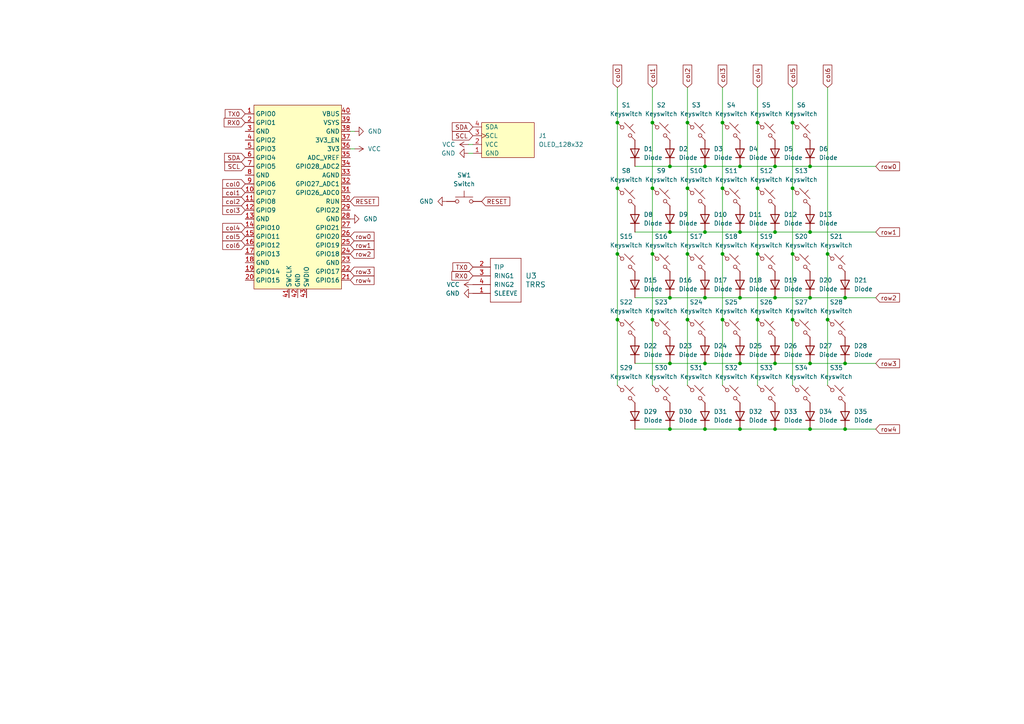
<source format=kicad_sch>
(kicad_sch (version 20230121) (generator eeschema)
  (paper "A4")
  (lib_symbols
    (symbol "ScottoKeebs:MCU_Raspberry_Pi_Pico"
      (property "Reference" "U" (at 0 0 0))
      (property "Value" "Raspberry_Pi_Pico" (at 0 27.94 0))
      (symbol "MCU_Raspberry_Pi_Pico_0_1"
        (rectangle (start -12.7 26.67) (end 12.7 -26.67) (fill (type background)))
      )
      (symbol "MCU_Raspberry_Pi_Pico_1_1"
        (pin bidirectional line (at -15.24 24.13 0) (length 2.54) (name "GPIO0") (number "1"))
        (pin bidirectional line (at -15.24 1.27 0) (length 2.54) (name "GPIO7") (number "10"))
        (pin bidirectional line (at -15.24 -1.27 0) (length 2.54) (name "GPIO8") (number "11"))
        (pin bidirectional line (at -15.24 -3.81 0) (length 2.54) (name "GPIO9") (number "12"))
        (pin power_in line (at -15.24 -6.35 0) (length 2.54) (name "GND") (number "13"))
        (pin bidirectional line (at -15.24 -8.89 0) (length 2.54) (name "GPIO10") (number "14"))
        (pin bidirectional line (at -15.24 -11.43 0) (length 2.54) (name "GPIO11") (number "15"))
        (pin bidirectional line (at -15.24 -13.97 0) (length 2.54) (name "GPIO12") (number "16"))
        (pin bidirectional line (at -15.24 -16.51 0) (length 2.54) (name "GPIO13") (number "17"))
        (pin power_in line (at -15.24 -19.05 0) (length 2.54) (name "GND") (number "18"))
        (pin bidirectional line (at -15.24 -21.59 0) (length 2.54) (name "GPIO14") (number "19"))
        (pin bidirectional line (at -15.24 21.59 0) (length 2.54) (name "GPIO1") (number "2"))
        (pin bidirectional line (at -15.24 -24.13 0) (length 2.54) (name "GPIO15") (number "20"))
        (pin bidirectional line (at 15.24 -24.13 180) (length 2.54) (name "GPIO16") (number "21"))
        (pin bidirectional line (at 15.24 -21.59 180) (length 2.54) (name "GPIO17") (number "22"))
        (pin power_in line (at 15.24 -19.05 180) (length 2.54) (name "GND") (number "23"))
        (pin bidirectional line (at 15.24 -16.51 180) (length 2.54) (name "GPIO18") (number "24"))
        (pin bidirectional line (at 15.24 -13.97 180) (length 2.54) (name "GPIO19") (number "25"))
        (pin bidirectional line (at 15.24 -11.43 180) (length 2.54) (name "GPIO20") (number "26"))
        (pin bidirectional line (at 15.24 -8.89 180) (length 2.54) (name "GPIO21") (number "27"))
        (pin power_in line (at 15.24 -6.35 180) (length 2.54) (name "GND") (number "28"))
        (pin bidirectional line (at 15.24 -3.81 180) (length 2.54) (name "GPIO22") (number "29"))
        (pin power_in line (at -15.24 19.05 0) (length 2.54) (name "GND") (number "3"))
        (pin input line (at 15.24 -1.27 180) (length 2.54) (name "RUN") (number "30"))
        (pin bidirectional line (at 15.24 1.27 180) (length 2.54) (name "GPIO26_ADC0") (number "31"))
        (pin bidirectional line (at 15.24 3.81 180) (length 2.54) (name "GPIO27_ADC1") (number "32"))
        (pin power_in line (at 15.24 6.35 180) (length 2.54) (name "AGND") (number "33"))
        (pin bidirectional line (at 15.24 8.89 180) (length 2.54) (name "GPIO28_ADC2") (number "34"))
        (pin power_in line (at 15.24 11.43 180) (length 2.54) (name "ADC_VREF") (number "35"))
        (pin power_in line (at 15.24 13.97 180) (length 2.54) (name "3V3") (number "36"))
        (pin input line (at 15.24 16.51 180) (length 2.54) (name "3V3_EN") (number "37"))
        (pin bidirectional line (at 15.24 19.05 180) (length 2.54) (name "GND") (number "38"))
        (pin power_in line (at 15.24 21.59 180) (length 2.54) (name "VSYS") (number "39"))
        (pin bidirectional line (at -15.24 16.51 0) (length 2.54) (name "GPIO2") (number "4"))
        (pin power_in line (at 15.24 24.13 180) (length 2.54) (name "VBUS") (number "40"))
        (pin input line (at -2.54 -29.21 90) (length 2.54) (name "SWCLK") (number "41"))
        (pin power_in line (at 0 -29.21 90) (length 2.54) (name "GND") (number "42"))
        (pin bidirectional line (at 2.54 -29.21 90) (length 2.54) (name "SWDIO") (number "43"))
        (pin bidirectional line (at -15.24 13.97 0) (length 2.54) (name "GPIO3") (number "5"))
        (pin bidirectional line (at -15.24 11.43 0) (length 2.54) (name "GPIO4") (number "6"))
        (pin bidirectional line (at -15.24 8.89 0) (length 2.54) (name "GPIO5") (number "7"))
        (pin power_in line (at -15.24 6.35 0) (length 2.54) (name "GND") (number "8"))
        (pin bidirectional line (at -15.24 3.81 0) (length 2.54) (name "GPIO6") (number "9"))
      )
    )
    (symbol "ScottoKeebs:OLED_128x32" (pin_names (offset 1.016))
      (property "Reference" "J" (at 0 -6.35 0))
      (property "Value" "OLED_128x32" (at 0 6.35 0))
      (symbol "OLED_128x32_0_1"
        (rectangle (start 0 5.08) (end 15.24 -5.08) (fill (type background)))
      )
      (symbol "OLED_128x32_1_1"
        (pin power_in line (at -2.54 -3.81 0) (length 2.54) (name "GND") (number "1"))
        (pin power_in line (at -2.54 -1.27 0) (length 2.54) (name "VCC") (number "2"))
        (pin input clock (at -2.54 1.27 0) (length 2.54) (name "SCL") (number "3"))
        (pin bidirectional line (at -2.54 3.81 0) (length 2.54) (name "SDA") (number "4"))
      )
    )
    (symbol "ScottoKeebs:Placeholder_Diode" (pin_numbers hide) (pin_names hide)
      (property "Reference" "D" (at 0 2.54 0))
      (property "Value" "Diode" (at 0 -2.54 0))
      (symbol "Placeholder_Diode_0_1"
        (polyline (pts (xy -1.27 1.27) (xy -1.27 -1.27)) (stroke (width 0.254)))
        (polyline (pts (xy 1.27 0) (xy -1.27 0)))
        (polyline (pts (xy 1.27 1.27) (xy 1.27 -1.27) (xy -1.27 0) (xy 1.27 1.27)) (stroke (width 0.254)))
      )
      (symbol "Placeholder_Diode_1_1"
        (pin passive line (at -3.81 0 0) (length 2.54) (name "K") (number "1"))
        (pin passive line (at 3.81 0 180) (length 2.54) (name "A") (number "2"))
      )
    )
    (symbol "ScottoKeebs:Placeholder_Keyswitch" (pin_numbers hide) (pin_names (offset 1.016) hide)
      (property "Reference" "S" (at 3.048 1.016 0))
      (property "Value" "Keyswitch" (at 0 -3.81 0))
      (symbol "Placeholder_Keyswitch_0_1"
        (circle (center -1.1684 1.1684) (radius 0.508))
        (polyline (pts (xy -0.508 2.54) (xy 2.54 -0.508)))
        (polyline (pts (xy 1.016 1.016) (xy 2.032 2.032)))
        (polyline (pts (xy -2.54 2.54) (xy -1.524 1.524) (xy -1.524 1.524)))
        (polyline (pts (xy 1.524 -1.524) (xy 2.54 -2.54) (xy 2.54 -2.54) (xy 2.54 -2.54)))
        (circle (center 1.143 -1.1938) (radius 0.508))
        (pin passive line (at -2.54 2.54 0) (length 0) (name "1") (number "1"))
        (pin passive line (at 2.54 -2.54 180) (length 0) (name "2") (number "2"))
      )
    )
    (symbol "ScottoKeebs:Placeholder_Switch" (pin_numbers hide) (pin_names (offset 1.016) hide)
      (property "Reference" "SW" (at 1.27 2.54 0))
      (property "Value" "Switch" (at 0 -1.524 0))
      (symbol "Placeholder_Switch_0_1"
        (circle (center -2.032 0) (radius 0.508))
        (polyline (pts (xy 0 1.27) (xy 0 3.048)))
        (polyline (pts (xy 2.54 1.27) (xy -2.54 1.27)))
        (circle (center 2.032 0) (radius 0.508))
        (pin passive line (at -5.08 0 0) (length 2.54) (name "1") (number "1"))
        (pin passive line (at 5.08 0 180) (length 2.54) (name "2") (number "2"))
      )
    )
    (symbol "ScottoKeebs:Placeholder_TRRS" (pin_names (offset 1.016))
      (property "Reference" "U" (at 0 15.24 0))
      (property "Value" "TRRS" (at 0 -2.54 0))
      (symbol "Placeholder_TRRS_0_1"
        (rectangle (start -3.81 0) (end -3.81 12.7))
        (rectangle (start -3.81 0) (end 5.08 0))
        (rectangle (start -3.81 12.7) (end 5.08 12.7))
        (rectangle (start 5.08 12.7) (end 5.08 0))
      )
      (symbol "Placeholder_TRRS_1_1"
        (pin input line (at -8.89 2.54 0) (length 5.08) (name "SLEEVE") (number "1"))
        (pin input line (at -8.89 10.16 0) (length 5.08) (name "TIP") (number "2"))
        (pin input line (at -8.89 7.62 0) (length 5.08) (name "RING1") (number "3"))
        (pin input line (at -8.89 5.08 0) (length 5.08) (name "RING2") (number "4"))
      )
    )
    (symbol "power:GND" (power) (pin_names (offset 0))
      (property "Value" "GND" (at 0 -3.81 0))
      (symbol "GND_0_1"
        (polyline (pts (xy 0 0) (xy 0 -1.27) (xy 1.27 -1.27) (xy 0 -2.54) (xy -1.27 -1.27) (xy 0 -1.27)))
      )
      (symbol "GND_1_1"
        (pin power_in line (at 0 0 270) (length 0) hide (name "GND") (number "1"))
      )
    )
    (symbol "power:VCC" (power) (pin_names (offset 0))
      (property "Value" "VCC" (at 0 3.81 0))
      (symbol "VCC_0_1"
        (polyline (pts (xy -0.762 1.27) (xy 0 2.54)))
        (polyline (pts (xy 0 0) (xy 0 2.54)))
        (polyline (pts (xy 0 2.54) (xy 0.762 1.27)))
      )
      (symbol "VCC_1_1"
        (pin power_in line (at 0 0 90) (length 0) hide (name "VCC") (number "1"))
      )
    )
  )
  (junction (at 204.47 124.46))
  (junction (at 219.71 73.66))
  (junction (at 189.23 35.56))
  (junction (at 194.31 86.36))
  (junction (at 209.55 35.56))
  (junction (at 214.63 67.31))
  (junction (at 199.39 92.71))
  (junction (at 179.07 92.71))
  (junction (at 204.47 48.26))
  (junction (at 219.71 35.56))
  (junction (at 224.79 105.41))
  (junction (at 194.31 105.41))
  (junction (at 209.55 92.71))
  (junction (at 219.71 54.61))
  (junction (at 234.95 67.31))
  (junction (at 245.11 124.46))
  (junction (at 234.95 124.46))
  (junction (at 219.71 92.71))
  (junction (at 199.39 54.61))
  (junction (at 194.31 67.31))
  (junction (at 234.95 86.36))
  (junction (at 199.39 73.66))
  (junction (at 234.95 105.41))
  (junction (at 214.63 48.26))
  (junction (at 245.11 105.41))
  (junction (at 224.79 124.46))
  (junction (at 209.55 54.61))
  (junction (at 229.87 35.56))
  (junction (at 240.03 92.71))
  (junction (at 240.03 73.66))
  (junction (at 229.87 54.61))
  (junction (at 189.23 73.66))
  (junction (at 209.55 73.66))
  (junction (at 224.79 86.36))
  (junction (at 224.79 67.31))
  (junction (at 214.63 86.36))
  (junction (at 194.31 124.46))
  (junction (at 179.07 73.66))
  (junction (at 204.47 105.41))
  (junction (at 189.23 92.71))
  (junction (at 245.11 86.36))
  (junction (at 229.87 92.71))
  (junction (at 214.63 105.41))
  (junction (at 204.47 86.36))
  (junction (at 229.87 73.66))
  (junction (at 234.95 48.26))
  (junction (at 179.07 54.61))
  (junction (at 224.79 48.26))
  (junction (at 194.31 48.26))
  (junction (at 199.39 35.56))
  (junction (at 214.63 124.46))
  (junction (at 189.23 54.61))
  (junction (at 204.47 67.31))
  (junction (at 179.07 35.56))
  (wire (pts (xy 179.07 92.71) (xy 179.07 111.76)))
  (wire (pts (xy 219.71 92.71) (xy 219.71 111.76)))
  (wire (pts (xy 209.55 25.4) (xy 209.55 35.56)))
  (wire (pts (xy 209.55 92.71) (xy 209.55 111.76)))
  (wire (pts (xy 240.03 92.71) (xy 240.03 111.76)))
  (wire (pts (xy 199.39 35.56) (xy 199.39 54.61)))
  (wire (pts (xy 194.31 105.41) (xy 204.47 105.41)))
  (wire (pts (xy 229.87 25.4) (xy 229.87 35.56)))
  (wire (pts (xy 209.55 54.61) (xy 209.55 73.66)))
  (wire (pts (xy 224.79 48.26) (xy 234.95 48.26)))
  (wire (pts (xy 204.47 124.46) (xy 214.63 124.46)))
  (wire (pts (xy 254 105.41) (xy 245.11 105.41)))
  (wire (pts (xy 204.47 105.41) (xy 214.63 105.41)))
  (wire (pts (xy 245.11 124.46) (xy 254 124.46)))
  (wire (pts (xy 214.63 86.36) (xy 224.79 86.36)))
  (wire (pts (xy 229.87 73.66) (xy 229.87 92.71)))
  (wire (pts (xy 179.07 25.4) (xy 179.07 35.56)))
  (wire (pts (xy 184.15 105.41) (xy 194.31 105.41)))
  (wire (pts (xy 240.03 25.4) (xy 240.03 73.66)))
  (wire (pts (xy 204.47 86.36) (xy 214.63 86.36)))
  (wire (pts (xy 234.95 67.31) (xy 254 67.31)))
  (wire (pts (xy 214.63 48.26) (xy 224.79 48.26)))
  (wire (pts (xy 184.15 67.31) (xy 194.31 67.31)))
  (wire (pts (xy 219.71 54.61) (xy 219.71 73.66)))
  (wire (pts (xy 219.71 35.56) (xy 219.71 54.61)))
  (wire (pts (xy 184.15 86.36) (xy 194.31 86.36)))
  (wire (pts (xy 240.03 73.66) (xy 240.03 92.71)))
  (wire (pts (xy 194.31 124.46) (xy 204.47 124.46)))
  (wire (pts (xy 224.79 124.46) (xy 234.95 124.46)))
  (wire (pts (xy 135.89 44.45) (xy 137.16 44.45)))
  (wire (pts (xy 135.89 41.91) (xy 137.16 41.91)))
  (wire (pts (xy 234.95 48.26) (xy 254 48.26)))
  (wire (pts (xy 229.87 54.61) (xy 229.87 73.66)))
  (wire (pts (xy 219.71 25.4) (xy 219.71 35.56)))
  (wire (pts (xy 102.87 43.18) (xy 101.6 43.18)))
  (wire (pts (xy 184.15 48.26) (xy 194.31 48.26)))
  (wire (pts (xy 234.95 86.36) (xy 245.11 86.36)))
  (wire (pts (xy 229.87 35.56) (xy 229.87 54.61)))
  (wire (pts (xy 199.39 54.61) (xy 199.39 73.66)))
  (wire (pts (xy 234.95 105.41) (xy 245.11 105.41)))
  (wire (pts (xy 204.47 67.31) (xy 214.63 67.31)))
  (wire (pts (xy 199.39 25.4) (xy 199.39 35.56)))
  (wire (pts (xy 184.15 124.46) (xy 194.31 124.46)))
  (wire (pts (xy 189.23 35.56) (xy 189.23 54.61)))
  (wire (pts (xy 189.23 92.71) (xy 189.23 111.76)))
  (wire (pts (xy 194.31 48.26) (xy 204.47 48.26)))
  (wire (pts (xy 224.79 105.41) (xy 234.95 105.41)))
  (wire (pts (xy 199.39 92.71) (xy 199.39 111.76)))
  (wire (pts (xy 245.11 86.36) (xy 254 86.36)))
  (wire (pts (xy 224.79 67.31) (xy 234.95 67.31)))
  (wire (pts (xy 179.07 54.61) (xy 179.07 73.66)))
  (wire (pts (xy 229.87 92.71) (xy 229.87 111.76)))
  (wire (pts (xy 204.47 48.26) (xy 214.63 48.26)))
  (wire (pts (xy 234.95 124.46) (xy 245.11 124.46)))
  (wire (pts (xy 189.23 54.61) (xy 189.23 73.66)))
  (wire (pts (xy 219.71 73.66) (xy 219.71 92.71)))
  (wire (pts (xy 199.39 73.66) (xy 199.39 92.71)))
  (wire (pts (xy 209.55 73.66) (xy 209.55 92.71)))
  (wire (pts (xy 209.55 35.56) (xy 209.55 54.61)))
  (wire (pts (xy 102.87 38.1) (xy 101.6 38.1)))
  (wire (pts (xy 214.63 67.31) (xy 224.79 67.31)))
  (wire (pts (xy 189.23 73.66) (xy 189.23 92.71)))
  (wire (pts (xy 214.63 124.46) (xy 224.79 124.46)))
  (wire (pts (xy 224.79 86.36) (xy 234.95 86.36)))
  (wire (pts (xy 179.07 73.66) (xy 179.07 92.71)))
  (wire (pts (xy 194.31 67.31) (xy 204.47 67.31)))
  (wire (pts (xy 179.07 35.56) (xy 179.07 54.61)))
  (wire (pts (xy 194.31 86.36) (xy 204.47 86.36)))
  (wire (pts (xy 214.63 105.41) (xy 224.79 105.41)))
  (wire (pts (xy 189.23 25.4) (xy 189.23 35.56)))
  (global_label "row0" (shape input) (at 254 48.26 0) (property "Intersheetrefs" "${INTERSHEET_REFS}" (effects hide)))
  (global_label "col3" (shape input) (at 209.55 25.4 90) (property "Intersheetrefs" "${INTERSHEET_REFS}" (effects hide)))
  (global_label "row0" (shape input) (at 101.6 68.58 0) (property "Intersheetrefs" "${INTERSHEET_REFS}" (effects hide)))
  (global_label "row1" (shape input) (at 254 67.31 0) (property "Intersheetrefs" "${INTERSHEET_REFS}" (effects hide)))
  (global_label "col4" (shape input) (at 219.71 25.4 90) (property "Intersheetrefs" "${INTERSHEET_REFS}" (effects hide)))
  (global_label "col2" (shape input) (at 199.39 25.4 90) (property "Intersheetrefs" "${INTERSHEET_REFS}" (effects hide)))
  (global_label "SDA" (shape input) (at 137.16 36.83 180) (property "Intersheetrefs" "${INTERSHEET_REFS}" (effects hide)))
  (global_label "col5" (shape input) (at 229.87 25.4 90) (property "Intersheetrefs" "${INTERSHEET_REFS}" (effects hide)))
  (global_label "col6" (shape input) (at 240.03 25.4 90) (property "Intersheetrefs" "${INTERSHEET_REFS}" (effects hide)))
  (global_label "col2" (shape input) (at 71.12 58.42 180) (property "Intersheetrefs" "${INTERSHEET_REFS}" (effects hide)))
  (global_label "RX0" (shape input) (at 71.12 35.56 180) (property "Intersheetrefs" "${INTERSHEET_REFS}" (effects hide)))
  (global_label "col1" (shape input) (at 71.12 55.88 180) (property "Intersheetrefs" "${INTERSHEET_REFS}" (effects hide)))
  (global_label "SCL" (shape input) (at 137.16 39.37 180) (property "Intersheetrefs" "${INTERSHEET_REFS}" (effects hide)))
  (global_label "col0" (shape input) (at 71.12 53.34 180) (property "Intersheetrefs" "${INTERSHEET_REFS}" (effects hide)))
  (global_label "TX0" (shape input) (at 71.12 33.02 180) (property "Intersheetrefs" "${INTERSHEET_REFS}" (effects hide)))
  (global_label "col6" (shape input) (at 71.12 71.12 180) (property "Intersheetrefs" "${INTERSHEET_REFS}" (effects hide)))
  (global_label "row3" (shape input) (at 101.6 78.74 0) (property "Intersheetrefs" "${INTERSHEET_REFS}" (effects hide)))
  (global_label "SDA" (shape input) (at 71.12 45.72 180) (property "Intersheetrefs" "${INTERSHEET_REFS}" (effects hide)))
  (global_label "row4" (shape input) (at 254 124.46 0) (property "Intersheetrefs" "${INTERSHEET_REFS}" (effects hide)))
  (global_label "row2" (shape input) (at 254 86.36 0) (property "Intersheetrefs" "${INTERSHEET_REFS}" (effects hide)))
  (global_label "RX0" (shape input) (at 137.16 80.01 180) (property "Intersheetrefs" "${INTERSHEET_REFS}" (effects hide)))
  (global_label "row3" (shape input) (at 254 105.41 0) (property "Intersheetrefs" "${INTERSHEET_REFS}" (effects hide)))
  (global_label "col5" (shape input) (at 71.12 68.58 180) (property "Intersheetrefs" "${INTERSHEET_REFS}" (effects hide)))
  (global_label "col0" (shape input) (at 179.07 25.4 90) (property "Intersheetrefs" "${INTERSHEET_REFS}" (effects hide)))
  (global_label "RESET" (shape input) (at 101.6 58.42 0) (property "Intersheetrefs" "${INTERSHEET_REFS}" (effects hide)))
  (global_label "RESET" (shape input) (at 139.7 58.42 0) (property "Intersheetrefs" "${INTERSHEET_REFS}" (effects hide)))
  (global_label "row4" (shape input) (at 101.6 81.28 0) (property "Intersheetrefs" "${INTERSHEET_REFS}" (effects hide)))
  (global_label "row1" (shape input) (at 101.6 71.12 0) (property "Intersheetrefs" "${INTERSHEET_REFS}" (effects hide)))
  (global_label "col3" (shape input) (at 71.12 60.96 180) (property "Intersheetrefs" "${INTERSHEET_REFS}" (effects hide)))
  (global_label "col1" (shape input) (at 189.23 25.4 90) (property "Intersheetrefs" "${INTERSHEET_REFS}" (effects hide)))
  (global_label "row2" (shape input) (at 101.6 73.66 0) (property "Intersheetrefs" "${INTERSHEET_REFS}" (effects hide)))
  (global_label "SCL" (shape input) (at 71.12 48.26 180) (property "Intersheetrefs" "${INTERSHEET_REFS}" (effects hide)))
  (global_label "col4" (shape input) (at 71.12 66.04 180) (property "Intersheetrefs" "${INTERSHEET_REFS}" (effects hide)))
  (global_label "TX0" (shape input) (at 137.16 77.47 180) (property "Intersheetrefs" "${INTERSHEET_REFS}" (effects hide)))
  (symbol (lib_id "ScottoKeebs:Placeholder_Diode") (at 194.31 120.65 90) (unit 1)
    (property "Reference" "D30" (at 196.85 119.38 90) (effects (justify right)))
    (property "Value" "Diode" (at 196.85 121.92 90) (effects (justify right)))
    (property "Footprint" "ScottoKeebs_Components:Diode_DO-35" (effects hide))
    (property "Sim.Device" "D" (effects hide))
    (property "Sim.Pins" "1=K 2=A" (effects hide))
  )
  (symbol (lib_id "ScottoKeebs:Placeholder_Keyswitch") (at 222.25 76.2 0) (unit 1)
    (property "Reference" "S19" (at 222.25 68.58 0))
    (property "Value" "Keyswitch" (at 222.25 71.12 0))
    (property "Footprint" "ScottoKeebs_MX:MX_PCB_1.00u" (effects hide))
  )
  (symbol (lib_id "ScottoKeebs:Placeholder_Diode") (at 184.15 101.6 90) (unit 1)
    (property "Reference" "D22" (at 186.69 100.33 90) (effects (justify right)))
    (property "Value" "Diode" (at 186.69 102.87 90) (effects (justify right)))
    (property "Footprint" "ScottoKeebs_Components:Diode_DO-35" (effects hide))
    (property "Sim.Device" "D" (effects hide))
    (property "Sim.Pins" "1=K 2=A" (effects hide))
  )
  (symbol (lib_id "ScottoKeebs:MCU_Raspberry_Pi_Pico") (at 86.36 57.15 0) (unit 1)
    (property "Reference" "U2" (effects hide))
    (property "Value" "Raspberry_Pi_Pico" (effects hide))
    (property "Footprint" "ScottoKeebs_MCU:Raspberry_Pi_Pico" (effects hide))
  )
  (symbol (lib_id "ScottoKeebs:Placeholder_Diode") (at 194.31 44.45 90) (unit 1)
    (property "Reference" "D2" (at 196.85 43.18 90) (effects (justify right)))
    (property "Value" "Diode" (at 196.85 45.72 90) (effects (justify right)))
    (property "Footprint" "ScottoKeebs_Components:Diode_DO-35" (effects hide))
    (property "Sim.Device" "D" (effects hide))
    (property "Sim.Pins" "1=K 2=A" (effects hide))
  )
  (symbol (lib_id "ScottoKeebs:Placeholder_Keyswitch") (at 242.57 76.2 0) (unit 1)
    (property "Reference" "S21" (at 242.57 68.58 0))
    (property "Value" "Keyswitch" (at 242.57 71.12 0))
    (property "Footprint" "ScottoKeebs_MX:MX_PCB_1.00u" (effects hide))
  )
  (symbol (lib_id "ScottoKeebs:Placeholder_Diode") (at 214.63 44.45 90) (unit 1)
    (property "Reference" "D4" (at 217.17 43.18 90) (effects (justify right)))
    (property "Value" "Diode" (at 217.17 45.72 90) (effects (justify right)))
    (property "Footprint" "ScottoKeebs_Components:Diode_DO-35" (effects hide))
    (property "Sim.Device" "D" (effects hide))
    (property "Sim.Pins" "1=K 2=A" (effects hide))
  )
  (symbol (lib_id "ScottoKeebs:Placeholder_Diode") (at 204.47 44.45 90) (unit 1)
    (property "Reference" "D3" (at 207.01 43.18 90) (effects (justify right)))
    (property "Value" "Diode" (at 207.01 45.72 90) (effects (justify right)))
    (property "Footprint" "ScottoKeebs_Components:Diode_DO-35" (effects hide))
    (property "Sim.Device" "D" (effects hide))
    (property "Sim.Pins" "1=K 2=A" (effects hide))
  )
  (symbol (lib_id "ScottoKeebs:Placeholder_Diode") (at 224.79 63.5 90) (unit 1)
    (property "Reference" "D12" (at 227.33 62.23 90) (effects (justify right)))
    (property "Value" "Diode" (at 227.33 64.77 90) (effects (justify right)))
    (property "Footprint" "ScottoKeebs_Components:Diode_DO-35" (effects hide))
    (property "Sim.Device" "D" (effects hide))
    (property "Sim.Pins" "1=K 2=A" (effects hide))
  )
  (symbol (lib_id "ScottoKeebs:Placeholder_Keyswitch") (at 232.41 114.3 0) (unit 1)
    (property "Reference" "S34" (at 232.41 106.68 0))
    (property "Value" "Keyswitch" (at 232.41 109.22 0))
    (property "Footprint" "ScottoKeebs_MX:MX_PCB_1.00u" (effects hide))
  )
  (symbol (lib_id "ScottoKeebs:Placeholder_Diode") (at 245.11 120.65 90) (unit 1)
    (property "Reference" "D35" (at 247.65 119.38 90) (effects (justify right)))
    (property "Value" "Diode" (at 247.65 121.92 90) (effects (justify right)))
    (property "Footprint" "ScottoKeebs_Components:Diode_DO-35" (effects hide))
    (property "Sim.Device" "D" (effects hide))
    (property "Sim.Pins" "1=K 2=A" (effects hide))
  )
  (symbol (lib_id "ScottoKeebs:Placeholder_Keyswitch") (at 191.77 38.1 0) (unit 1)
    (property "Reference" "S2" (at 191.77 30.48 0))
    (property "Value" "Keyswitch" (at 191.77 33.02 0))
    (property "Footprint" "ScottoKeebs_MX:MX_PCB_1.00u" (effects hide))
  )
  (symbol (lib_id "ScottoKeebs:Placeholder_Keyswitch") (at 181.61 114.3 0) (unit 1)
    (property "Reference" "S29" (at 181.61 106.68 0))
    (property "Value" "Keyswitch" (at 181.61 109.22 0))
    (property "Footprint" "ScottoKeebs_MX:MX_PCB_1.00u" (effects hide))
  )
  (symbol (lib_id "ScottoKeebs:Placeholder_Diode") (at 214.63 63.5 90) (unit 1)
    (property "Reference" "D11" (at 217.17 62.23 90) (effects (justify right)))
    (property "Value" "Diode" (at 217.17 64.77 90) (effects (justify right)))
    (property "Footprint" "ScottoKeebs_Components:Diode_DO-35" (effects hide))
    (property "Sim.Device" "D" (effects hide))
    (property "Sim.Pins" "1=K 2=A" (effects hide))
  )
  (symbol (lib_id "ScottoKeebs:Placeholder_Keyswitch") (at 212.09 38.1 0) (unit 1)
    (property "Reference" "S4" (at 212.09 30.48 0))
    (property "Value" "Keyswitch" (at 212.09 33.02 0))
    (property "Footprint" "ScottoKeebs_MX:MX_PCB_1.00u" (effects hide))
  )
  (symbol (lib_id "power:GND") (at 129.54 58.42 270) (unit 1)
    (property "Reference" "#PWR01" (effects hide))
    (property "Value" "GND" (at 125.73 58.42 90) (effects (justify right)))
  )
  (symbol (lib_id "power:VCC") (at 102.87 43.18 270) (unit 1)
    (property "Reference" "#PWR07" (effects hide))
    (property "Value" "VCC" (at 106.68 43.18 90) (effects (justify left)))
  )
  (symbol (lib_id "ScottoKeebs:Placeholder_Keyswitch") (at 191.77 57.15 0) (unit 1)
    (property "Reference" "S9" (at 191.77 49.53 0))
    (property "Value" "Keyswitch" (at 191.77 52.07 0))
    (property "Footprint" "ScottoKeebs_MX:MX_PCB_1.00u" (effects hide))
  )
  (symbol (lib_id "ScottoKeebs:Placeholder_Diode") (at 184.15 120.65 90) (unit 1)
    (property "Reference" "D29" (at 186.69 119.38 90) (effects (justify right)))
    (property "Value" "Diode" (at 186.69 121.92 90) (effects (justify right)))
    (property "Footprint" "ScottoKeebs_Components:Diode_DO-35" (effects hide))
    (property "Sim.Device" "D" (effects hide))
    (property "Sim.Pins" "1=K 2=A" (effects hide))
  )
  (symbol (lib_id "ScottoKeebs:Placeholder_Diode") (at 245.11 82.55 90) (unit 1)
    (property "Reference" "D21" (at 247.65 81.28 90) (effects (justify right)))
    (property "Value" "Diode" (at 247.65 83.82 90) (effects (justify right)))
    (property "Footprint" "ScottoKeebs_Components:Diode_DO-35" (effects hide))
    (property "Sim.Device" "D" (effects hide))
    (property "Sim.Pins" "1=K 2=A" (effects hide))
  )
  (symbol (lib_id "ScottoKeebs:Placeholder_Keyswitch") (at 181.61 76.2 0) (unit 1)
    (property "Reference" "S15" (at 181.61 68.58 0))
    (property "Value" "Keyswitch" (at 181.61 71.12 0))
    (property "Footprint" "ScottoKeebs_MX:MX_PCB_1.00u" (effects hide))
  )
  (symbol (lib_id "ScottoKeebs:Placeholder_Keyswitch") (at 212.09 114.3 0) (unit 1)
    (property "Reference" "S32" (at 212.09 106.68 0))
    (property "Value" "Keyswitch" (at 212.09 109.22 0))
    (property "Footprint" "ScottoKeebs_MX:MX_PCB_1.00u" (effects hide))
  )
  (symbol (lib_id "ScottoKeebs:OLED_128x32") (at 139.7 40.64 0) (unit 1)
    (property "Reference" "J1" (at 156.21 39.37 0) (effects (justify left)))
    (property "Value" "OLED_128x32" (at 156.21 41.91 0) (effects (justify left)))
    (property "Footprint" "ScottoKeebs_Components:OLED_128x32" (effects hide))
  )
  (symbol (lib_id "ScottoKeebs:Placeholder_Keyswitch") (at 212.09 57.15 0) (unit 1)
    (property "Reference" "S11" (at 212.09 49.53 0))
    (property "Value" "Keyswitch" (at 212.09 52.07 0))
    (property "Footprint" "ScottoKeebs_MX:MX_PCB_1.00u" (effects hide))
  )
  (symbol (lib_id "ScottoKeebs:Placeholder_Diode") (at 214.63 82.55 90) (unit 1)
    (property "Reference" "D18" (at 217.17 81.28 90) (effects (justify right)))
    (property "Value" "Diode" (at 217.17 83.82 90) (effects (justify right)))
    (property "Footprint" "ScottoKeebs_Components:Diode_DO-35" (effects hide))
    (property "Sim.Device" "D" (effects hide))
    (property "Sim.Pins" "1=K 2=A" (effects hide))
  )
  (symbol (lib_id "ScottoKeebs:Placeholder_Diode") (at 194.31 101.6 90) (unit 1)
    (property "Reference" "D23" (at 196.85 100.33 90) (effects (justify right)))
    (property "Value" "Diode" (at 196.85 102.87 90) (effects (justify right)))
    (property "Footprint" "ScottoKeebs_Components:Diode_DO-35" (effects hide))
    (property "Sim.Device" "D" (effects hide))
    (property "Sim.Pins" "1=K 2=A" (effects hide))
  )
  (symbol (lib_id "ScottoKeebs:Placeholder_Diode") (at 234.95 82.55 90) (unit 1)
    (property "Reference" "D20" (at 237.49 81.28 90) (effects (justify right)))
    (property "Value" "Diode" (at 237.49 83.82 90) (effects (justify right)))
    (property "Footprint" "ScottoKeebs_Components:Diode_DO-35" (effects hide))
    (property "Sim.Device" "D" (effects hide))
    (property "Sim.Pins" "1=K 2=A" (effects hide))
  )
  (symbol (lib_id "ScottoKeebs:Placeholder_Keyswitch") (at 232.41 38.1 0) (unit 1)
    (property "Reference" "S6" (at 232.41 30.48 0))
    (property "Value" "Keyswitch" (at 232.41 33.02 0))
    (property "Footprint" "ScottoKeebs_MX:MX_PCB_1.00u" (effects hide))
  )
  (symbol (lib_id "ScottoKeebs:Placeholder_Keyswitch") (at 191.77 114.3 0) (unit 1)
    (property "Reference" "S30" (at 191.77 106.68 0))
    (property "Value" "Keyswitch" (at 191.77 109.22 0))
    (property "Footprint" "ScottoKeebs_MX:MX_PCB_1.00u" (effects hide))
  )
  (symbol (lib_id "ScottoKeebs:Placeholder_Diode") (at 224.79 120.65 90) (unit 1)
    (property "Reference" "D33" (at 227.33 119.38 90) (effects (justify right)))
    (property "Value" "Diode" (at 227.33 121.92 90) (effects (justify right)))
    (property "Footprint" "ScottoKeebs_Components:Diode_DO-35" (effects hide))
    (property "Sim.Device" "D" (effects hide))
    (property "Sim.Pins" "1=K 2=A" (effects hide))
  )
  (symbol (lib_id "ScottoKeebs:Placeholder_Diode") (at 245.11 101.6 90) (unit 1)
    (property "Reference" "D28" (at 247.65 100.33 90) (effects (justify right)))
    (property "Value" "Diode" (at 247.65 102.87 90) (effects (justify right)))
    (property "Footprint" "ScottoKeebs_Components:Diode_DO-35" (effects hide))
    (property "Sim.Device" "D" (effects hide))
    (property "Sim.Pins" "1=K 2=A" (effects hide))
  )
  (symbol (lib_id "ScottoKeebs:Placeholder_Diode") (at 234.95 44.45 90) (unit 1)
    (property "Reference" "D6" (at 237.49 43.18 90) (effects (justify right)))
    (property "Value" "Diode" (at 237.49 45.72 90) (effects (justify right)))
    (property "Footprint" "ScottoKeebs_Components:Diode_DO-35" (effects hide))
    (property "Sim.Device" "D" (effects hide))
    (property "Sim.Pins" "1=K 2=A" (effects hide))
  )
  (symbol (lib_id "ScottoKeebs:Placeholder_Diode") (at 214.63 120.65 90) (unit 1)
    (property "Reference" "D32" (at 217.17 119.38 90) (effects (justify right)))
    (property "Value" "Diode" (at 217.17 121.92 90) (effects (justify right)))
    (property "Footprint" "ScottoKeebs_Components:Diode_DO-35" (effects hide))
    (property "Sim.Device" "D" (effects hide))
    (property "Sim.Pins" "1=K 2=A" (effects hide))
  )
  (symbol (lib_id "power:GND") (at 137.16 85.09 270) (unit 1)
    (property "Reference" "#PWR09" (effects hide))
    (property "Value" "GND" (at 133.35 85.09 90) (effects (justify right)))
  )
  (symbol (lib_id "ScottoKeebs:Placeholder_Diode") (at 194.31 82.55 90) (unit 1)
    (property "Reference" "D16" (at 196.85 81.28 90) (effects (justify right)))
    (property "Value" "Diode" (at 196.85 83.82 90) (effects (justify right)))
    (property "Footprint" "ScottoKeebs_Components:Diode_DO-35" (effects hide))
    (property "Sim.Device" "D" (effects hide))
    (property "Sim.Pins" "1=K 2=A" (effects hide))
  )
  (symbol (lib_id "ScottoKeebs:Placeholder_Diode") (at 184.15 82.55 90) (unit 1)
    (property "Reference" "D15" (at 186.69 81.28 90) (effects (justify right)))
    (property "Value" "Diode" (at 186.69 83.82 90) (effects (justify right)))
    (property "Footprint" "ScottoKeebs_Components:Diode_DO-35" (effects hide))
    (property "Sim.Device" "D" (effects hide))
    (property "Sim.Pins" "1=K 2=A" (effects hide))
  )
  (symbol (lib_id "ScottoKeebs:Placeholder_Switch") (at 134.62 58.42 0) (unit 1)
    (property "Reference" "SW1" (at 134.62 50.8 0))
    (property "Value" "Switch" (at 134.62 53.34 0))
    (property "Footprint" "Button_Switch_SMD:SW_Push_1P1T_NO_CK_KMR2" (effects hide))
  )
  (symbol (lib_id "ScottoKeebs:Placeholder_Keyswitch") (at 232.41 76.2 0) (unit 1)
    (property "Reference" "S20" (at 232.41 68.58 0))
    (property "Value" "Keyswitch" (at 232.41 71.12 0))
    (property "Footprint" "ScottoKeebs_MX:MX_PCB_1.00u" (effects hide))
  )
  (symbol (lib_id "ScottoKeebs:Placeholder_Diode") (at 224.79 101.6 90) (unit 1)
    (property "Reference" "D26" (at 227.33 100.33 90) (effects (justify right)))
    (property "Value" "Diode" (at 227.33 102.87 90) (effects (justify right)))
    (property "Footprint" "ScottoKeebs_Components:Diode_DO-35" (effects hide))
    (property "Sim.Device" "D" (effects hide))
    (property "Sim.Pins" "1=K 2=A" (effects hide))
  )
  (symbol (lib_id "power:GND") (at 135.89 44.45 270) (unit 1)
    (property "Reference" "#PWR05" (effects hide))
    (property "Value" "GND" (at 132.08 44.45 90) (effects (justify right)))
  )
  (symbol (lib_id "ScottoKeebs:Placeholder_Keyswitch") (at 181.61 95.25 0) (unit 1)
    (property "Reference" "S22" (at 181.61 87.63 0))
    (property "Value" "Keyswitch" (at 181.61 90.17 0))
    (property "Footprint" "ScottoKeebs_MX:MX_PCB_1.00u" (effects hide))
  )
  (symbol (lib_id "ScottoKeebs:Placeholder_Diode") (at 184.15 44.45 90) (unit 1)
    (property "Reference" "D1" (at 186.69 43.18 90) (effects (justify right)))
    (property "Value" "Diode" (at 186.69 45.72 90) (effects (justify right)))
    (property "Footprint" "ScottoKeebs_Components:Diode_DO-35" (effects hide))
    (property "Sim.Device" "D" (effects hide))
    (property "Sim.Pins" "1=K 2=A" (effects hide))
  )
  (symbol (lib_id "ScottoKeebs:Placeholder_Keyswitch") (at 191.77 95.25 0) (unit 1)
    (property "Reference" "S23" (at 191.77 87.63 0))
    (property "Value" "Keyswitch" (at 191.77 90.17 0))
    (property "Footprint" "ScottoKeebs_MX:MX_PCB_1.00u" (effects hide))
  )
  (symbol (lib_id "ScottoKeebs:Placeholder_Diode") (at 184.15 63.5 90) (unit 1)
    (property "Reference" "D8" (at 186.69 62.23 90) (effects (justify right)))
    (property "Value" "Diode" (at 186.69 64.77 90) (effects (justify right)))
    (property "Footprint" "ScottoKeebs_Components:Diode_DO-35" (effects hide))
    (property "Sim.Device" "D" (effects hide))
    (property "Sim.Pins" "1=K 2=A" (effects hide))
  )
  (symbol (lib_id "power:GND") (at 102.87 38.1 90) (unit 1)
    (property "Reference" "#PWR06" (effects hide))
    (property "Value" "GND" (at 106.68 38.1 90) (effects (justify right)))
  )
  (symbol (lib_id "ScottoKeebs:Placeholder_Diode") (at 204.47 101.6 90) (unit 1)
    (property "Reference" "D24" (at 207.01 100.33 90) (effects (justify right)))
    (property "Value" "Diode" (at 207.01 102.87 90) (effects (justify right)))
    (property "Footprint" "ScottoKeebs_Components:Diode_DO-35" (effects hide))
    (property "Sim.Device" "D" (effects hide))
    (property "Sim.Pins" "1=K 2=A" (effects hide))
  )
  (symbol (lib_id "ScottoKeebs:Placeholder_Keyswitch") (at 242.57 95.25 0) (unit 1)
    (property "Reference" "S28" (at 242.57 87.63 0))
    (property "Value" "Keyswitch" (at 242.57 90.17 0))
    (property "Footprint" "ScottoKeebs_MX:MX_PCB_1.00u" (effects hide))
  )
  (symbol (lib_id "ScottoKeebs:Placeholder_Keyswitch") (at 232.41 57.15 0) (unit 1)
    (property "Reference" "S13" (at 232.41 49.53 0))
    (property "Value" "Keyswitch" (at 232.41 52.07 0))
    (property "Footprint" "ScottoKeebs_MX:MX_PCB_1.00u" (effects hide))
  )
  (symbol (lib_id "ScottoKeebs:Placeholder_Keyswitch") (at 181.61 38.1 0) (unit 1)
    (property "Reference" "S1" (at 181.61 30.48 0))
    (property "Value" "Keyswitch" (at 181.61 33.02 0))
    (property "Footprint" "ScottoKeebs_MX:MX_PCB_1.00u" (effects hide))
  )
  (symbol (lib_id "power:VCC") (at 137.16 82.55 90) (unit 1)
    (property "Reference" "#PWR08" (effects hide))
    (property "Value" "VCC" (at 133.35 82.55 90) (effects (justify left)))
  )
  (symbol (lib_id "power:VCC") (at 135.89 41.91 90) (unit 1)
    (property "Reference" "#PWR04" (effects hide))
    (property "Value" "VCC" (at 132.08 41.91 90) (effects (justify left)))
  )
  (symbol (lib_id "ScottoKeebs:Placeholder_Diode") (at 234.95 101.6 90) (unit 1)
    (property "Reference" "D27" (at 237.49 100.33 90) (effects (justify right)))
    (property "Value" "Diode" (at 237.49 102.87 90) (effects (justify right)))
    (property "Footprint" "ScottoKeebs_Components:Diode_DO-35" (effects hide))
    (property "Sim.Device" "D" (effects hide))
    (property "Sim.Pins" "1=K 2=A" (effects hide))
  )
  (symbol (lib_id "ScottoKeebs:Placeholder_Diode") (at 194.31 63.5 90) (unit 1)
    (property "Reference" "D9" (at 196.85 62.23 90) (effects (justify right)))
    (property "Value" "Diode" (at 196.85 64.77 90) (effects (justify right)))
    (property "Footprint" "ScottoKeebs_Components:Diode_DO-35" (effects hide))
    (property "Sim.Device" "D" (effects hide))
    (property "Sim.Pins" "1=K 2=A" (effects hide))
  )
  (symbol (lib_id "power:GND") (at 101.6 63.5 90) (unit 1)
    (property "Reference" "#PWR010" (effects hide))
    (property "Value" "GND" (at 105.41 63.5 90) (effects (justify right)))
  )
  (symbol (lib_id "ScottoKeebs:Placeholder_Diode") (at 214.63 101.6 90) (unit 1)
    (property "Reference" "D25" (at 217.17 100.33 90) (effects (justify right)))
    (property "Value" "Diode" (at 217.17 102.87 90) (effects (justify right)))
    (property "Footprint" "ScottoKeebs_Components:Diode_DO-35" (effects hide))
    (property "Sim.Device" "D" (effects hide))
    (property "Sim.Pins" "1=K 2=A" (effects hide))
  )
  (symbol (lib_id "ScottoKeebs:Placeholder_Diode") (at 204.47 120.65 90) (unit 1)
    (property "Reference" "D31" (at 207.01 119.38 90) (effects (justify right)))
    (property "Value" "Diode" (at 207.01 121.92 90) (effects (justify right)))
    (property "Footprint" "ScottoKeebs_Components:Diode_DO-35" (effects hide))
    (property "Sim.Device" "D" (effects hide))
    (property "Sim.Pins" "1=K 2=A" (effects hide))
  )
  (symbol (lib_id "ScottoKeebs:Placeholder_Keyswitch") (at 222.25 114.3 0) (unit 1)
    (property "Reference" "S33" (at 222.25 106.68 0))
    (property "Value" "Keyswitch" (at 222.25 109.22 0))
    (property "Footprint" "ScottoKeebs_MX:MX_PCB_1.50u" (effects hide))
  )
  (symbol (lib_id "ScottoKeebs:Placeholder_Keyswitch") (at 232.41 95.25 0) (unit 1)
    (property "Reference" "S27" (at 232.41 87.63 0))
    (property "Value" "Keyswitch" (at 232.41 90.17 0))
    (property "Footprint" "ScottoKeebs_MX:MX_PCB_1.00u" (effects hide))
  )
  (symbol (lib_id "ScottoKeebs:Placeholder_Diode") (at 204.47 63.5 90) (unit 1)
    (property "Reference" "D10" (at 207.01 62.23 90) (effects (justify right)))
    (property "Value" "Diode" (at 207.01 64.77 90) (effects (justify right)))
    (property "Footprint" "ScottoKeebs_Components:Diode_DO-35" (effects hide))
    (property "Sim.Device" "D" (effects hide))
    (property "Sim.Pins" "1=K 2=A" (effects hide))
  )
  (symbol (lib_id "ScottoKeebs:Placeholder_Keyswitch") (at 201.93 38.1 0) (unit 1)
    (property "Reference" "S3" (at 201.93 30.48 0))
    (property "Value" "Keyswitch" (at 201.93 33.02 0))
    (property "Footprint" "ScottoKeebs_MX:MX_PCB_1.00u" (effects hide))
  )
  (symbol (lib_id "ScottoKeebs:Placeholder_Diode") (at 234.95 120.65 90) (unit 1)
    (property "Reference" "D34" (at 237.49 119.38 90) (effects (justify right)))
    (property "Value" "Diode" (at 237.49 121.92 90) (effects (justify right)))
    (property "Footprint" "ScottoKeebs_Components:Diode_DO-35" (effects hide))
    (property "Sim.Device" "D" (effects hide))
    (property "Sim.Pins" "1=K 2=A" (effects hide))
  )
  (symbol (lib_id "ScottoKeebs:Placeholder_Keyswitch") (at 201.93 76.2 0) (unit 1)
    (property "Reference" "S17" (at 201.93 68.58 0))
    (property "Value" "Keyswitch" (at 201.93 71.12 0))
    (property "Footprint" "ScottoKeebs_MX:MX_PCB_1.00u" (effects hide))
  )
  (symbol (lib_id "ScottoKeebs:Placeholder_Keyswitch") (at 222.25 57.15 0) (unit 1)
    (property "Reference" "S12" (at 222.25 49.53 0))
    (property "Value" "Keyswitch" (at 222.25 52.07 0))
    (property "Footprint" "ScottoKeebs_MX:MX_PCB_1.00u" (effects hide))
  )
  (symbol (lib_id "ScottoKeebs:Placeholder_Keyswitch") (at 201.93 57.15 0) (unit 1)
    (property "Reference" "S10" (at 201.93 49.53 0))
    (property "Value" "Keyswitch" (at 201.93 52.07 0))
    (property "Footprint" "ScottoKeebs_MX:MX_PCB_1.00u" (effects hide))
  )
  (symbol (lib_id "ScottoKeebs:Placeholder_Keyswitch") (at 191.77 76.2 0) (unit 1)
    (property "Reference" "S16" (at 191.77 68.58 0))
    (property "Value" "Keyswitch" (at 191.77 71.12 0))
    (property "Footprint" "ScottoKeebs_MX:MX_PCB_1.00u" (effects hide))
  )
  (symbol (lib_id "ScottoKeebs:Placeholder_Keyswitch") (at 201.93 95.25 0) (unit 1)
    (property "Reference" "S24" (at 201.93 87.63 0))
    (property "Value" "Keyswitch" (at 201.93 90.17 0))
    (property "Footprint" "ScottoKeebs_MX:MX_PCB_1.00u" (effects hide))
  )
  (symbol (lib_id "ScottoKeebs:Placeholder_Keyswitch") (at 222.25 95.25 0) (unit 1)
    (property "Reference" "S26" (at 222.25 87.63 0))
    (property "Value" "Keyswitch" (at 222.25 90.17 0))
    (property "Footprint" "ScottoKeebs_MX:MX_PCB_1.00u" (effects hide))
  )
  (symbol (lib_id "ScottoKeebs:Placeholder_Diode") (at 234.95 63.5 90) (unit 1)
    (property "Reference" "D13" (at 237.49 62.23 90) (effects (justify right)))
    (property "Value" "Diode" (at 237.49 64.77 90) (effects (justify right)))
    (property "Footprint" "ScottoKeebs_Components:Diode_DO-35" (effects hide))
    (property "Sim.Device" "D" (effects hide))
    (property "Sim.Pins" "1=K 2=A" (effects hide))
  )
  (symbol (lib_id "ScottoKeebs:Placeholder_TRRS") (at 146.05 87.63 0) (unit 1)
    (property "Reference" "U3" (at 152.4 80.01 0) (effects (font (size 1.524 1.524)) (justify left)))
    (property "Value" "TRRS" (at 152.4 82.55 0) (effects (font (size 1.524 1.524)) (justify left)))
    (property "Footprint" "ScottoKeebs_Components:TRRS_PJ-320A" (effects hide))
  )
  (symbol (lib_id "ScottoKeebs:Placeholder_Keyswitch") (at 212.09 76.2 0) (unit 1)
    (property "Reference" "S18" (at 212.09 68.58 0))
    (property "Value" "Keyswitch" (at 212.09 71.12 0))
    (property "Footprint" "ScottoKeebs_MX:MX_PCB_1.00u" (effects hide))
  )
  (symbol (lib_id "ScottoKeebs:Placeholder_Diode") (at 224.79 44.45 90) (unit 1)
    (property "Reference" "D5" (at 227.33 43.18 90) (effects (justify right)))
    (property "Value" "Diode" (at 227.33 45.72 90) (effects (justify right)))
    (property "Footprint" "ScottoKeebs_Components:Diode_DO-35" (effects hide))
    (property "Sim.Device" "D" (effects hide))
    (property "Sim.Pins" "1=K 2=A" (effects hide))
  )
  (symbol (lib_id "ScottoKeebs:Placeholder_Keyswitch") (at 242.57 114.3 0) (unit 1)
    (property "Reference" "S35" (at 242.57 106.68 0))
    (property "Value" "Keyswitch" (at 242.57 109.22 0))
    (property "Footprint" "ScottoKeebs_MX:MX_PCB_1.00u" (effects hide))
  )
  (symbol (lib_id "ScottoKeebs:Placeholder_Diode") (at 204.47 82.55 90) (unit 1)
    (property "Reference" "D17" (at 207.01 81.28 90) (effects (justify right)))
    (property "Value" "Diode" (at 207.01 83.82 90) (effects (justify right)))
    (property "Footprint" "ScottoKeebs_Components:Diode_DO-35" (effects hide))
    (property "Sim.Device" "D" (effects hide))
    (property "Sim.Pins" "1=K 2=A" (effects hide))
  )
  (symbol (lib_id "ScottoKeebs:Placeholder_Keyswitch") (at 222.25 38.1 0) (unit 1)
    (property "Reference" "S5" (at 222.25 30.48 0))
    (property "Value" "Keyswitch" (at 222.25 33.02 0))
    (property "Footprint" "ScottoKeebs_MX:MX_PCB_1.00u" (effects hide))
  )
  (symbol (lib_id "ScottoKeebs:Placeholder_Keyswitch") (at 201.93 114.3 0) (unit 1)
    (property "Reference" "S31" (at 201.93 106.68 0))
    (property "Value" "Keyswitch" (at 201.93 109.22 0))
    (property "Footprint" "ScottoKeebs_MX:MX_PCB_1.00u" (effects hide))
  )
  (symbol (lib_id "ScottoKeebs:Placeholder_Keyswitch") (at 181.61 57.15 0) (unit 1)
    (property "Reference" "S8" (at 181.61 49.53 0))
    (property "Value" "Keyswitch" (at 181.61 52.07 0))
    (property "Footprint" "ScottoKeebs_MX:MX_PCB_1.00u" (effects hide))
  )
  (symbol (lib_id "ScottoKeebs:Placeholder_Keyswitch") (at 212.09 95.25 0) (unit 1)
    (property "Reference" "S25" (at 212.09 87.63 0))
    (property "Value" "Keyswitch" (at 212.09 90.17 0))
    (property "Footprint" "ScottoKeebs_MX:MX_PCB_1.00u" (effects hide))
  )
  (symbol (lib_id "ScottoKeebs:Placeholder_Diode") (at 224.79 82.55 90) (unit 1)
    (property "Reference" "D19" (at 227.33 81.28 90) (effects (justify right)))
    (property "Value" "Diode" (at 227.33 83.82 90) (effects (justify right)))
    (property "Footprint" "ScottoKeebs_Components:Diode_DO-35" (effects hide))
    (property "Sim.Device" "D" (effects hide))
    (property "Sim.Pins" "1=K 2=A" (effects hide))
  )
)
</source>
